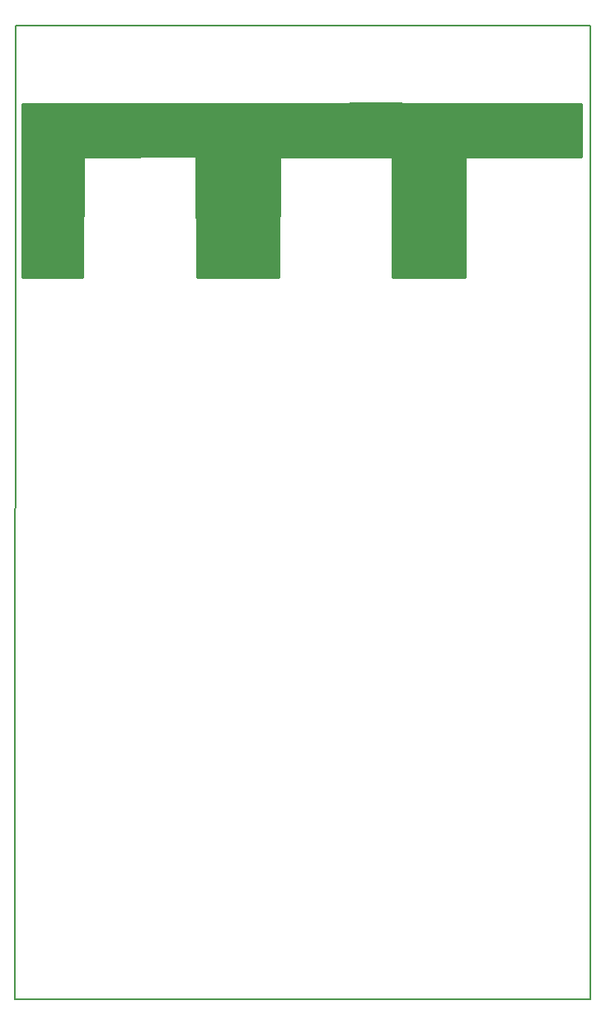
<source format=gbr>
G04 #@! TF.GenerationSoftware,KiCad,Pcbnew,(5.1.5)-3*
G04 #@! TF.CreationDate,2020-08-20T12:00:54-05:00*
G04 #@! TF.ProjectId,Cheap FOCer 2 60mm,43686561-7020-4464-9f43-657220322036,0.9*
G04 #@! TF.SameCoordinates,PX6979f40PYa1135a0*
G04 #@! TF.FileFunction,Paste,Bot*
G04 #@! TF.FilePolarity,Positive*
%FSLAX46Y46*%
G04 Gerber Fmt 4.6, Leading zero omitted, Abs format (unit mm)*
G04 Created by KiCad (PCBNEW (5.1.5)-3) date 2020-08-20 12:00:54*
%MOMM*%
%LPD*%
G04 APERTURE LIST*
%ADD10C,0.150000*%
%ADD11C,0.254000*%
G04 APERTURE END LIST*
D10*
X59100000Y99900000D02*
X25000Y99900000D01*
X0Y0D02*
X59100000Y0D01*
X25000Y99900000D02*
X0Y0D01*
X59100000Y0D02*
X59100000Y99900000D01*
D11*
G36*
X39682667Y91871344D02*
G01*
X39694403Y91849388D01*
X39710197Y91830142D01*
X39729443Y91814348D01*
X39751399Y91802612D01*
X39775224Y91795385D01*
X39800000Y91792945D01*
X58173000Y91792945D01*
X58173000Y86446945D01*
X46350000Y86446945D01*
X46325224Y86444505D01*
X46301399Y86437278D01*
X46279443Y86425542D01*
X46260197Y86409748D01*
X46244403Y86390502D01*
X46232667Y86368546D01*
X46225440Y86344721D01*
X46223001Y86320457D01*
X46173510Y74034323D01*
X38727000Y74027123D01*
X38727000Y86300000D01*
X38724560Y86324776D01*
X38717333Y86348601D01*
X38705597Y86370557D01*
X38689803Y86389803D01*
X38670557Y86405597D01*
X38648601Y86417333D01*
X38624776Y86424560D01*
X38600000Y86427000D01*
X27300000Y86427000D01*
X27275224Y86424560D01*
X27251399Y86417333D01*
X27229443Y86405597D01*
X27210197Y86389803D01*
X27194403Y86370557D01*
X27182667Y86348601D01*
X27175440Y86324776D01*
X27173004Y86301026D01*
X27074021Y74049979D01*
X18645366Y74043911D01*
X18608249Y86326579D01*
X18605734Y86351348D01*
X18598435Y86375150D01*
X18586633Y86397071D01*
X18570781Y86416269D01*
X18551488Y86432004D01*
X18529496Y86443674D01*
X18505650Y86450829D01*
X18481110Y86453195D01*
X7137360Y86440695D01*
X7112586Y86438227D01*
X7088770Y86430974D01*
X7066826Y86419214D01*
X7047599Y86403399D01*
X7031826Y86384136D01*
X7020114Y86362166D01*
X7012913Y86338334D01*
X7010505Y86314784D01*
X6905334Y74046945D01*
X695971Y74046945D01*
X726780Y91792945D01*
X34200000Y91792945D01*
X34224776Y91795385D01*
X34248601Y91802612D01*
X34270557Y91814348D01*
X34289803Y91830142D01*
X34305597Y91849388D01*
X34317333Y91871344D01*
X34317835Y91873000D01*
X39682165Y91873000D01*
X39682667Y91871344D01*
G37*
X39682667Y91871344D02*
X39694403Y91849388D01*
X39710197Y91830142D01*
X39729443Y91814348D01*
X39751399Y91802612D01*
X39775224Y91795385D01*
X39800000Y91792945D01*
X58173000Y91792945D01*
X58173000Y86446945D01*
X46350000Y86446945D01*
X46325224Y86444505D01*
X46301399Y86437278D01*
X46279443Y86425542D01*
X46260197Y86409748D01*
X46244403Y86390502D01*
X46232667Y86368546D01*
X46225440Y86344721D01*
X46223001Y86320457D01*
X46173510Y74034323D01*
X38727000Y74027123D01*
X38727000Y86300000D01*
X38724560Y86324776D01*
X38717333Y86348601D01*
X38705597Y86370557D01*
X38689803Y86389803D01*
X38670557Y86405597D01*
X38648601Y86417333D01*
X38624776Y86424560D01*
X38600000Y86427000D01*
X27300000Y86427000D01*
X27275224Y86424560D01*
X27251399Y86417333D01*
X27229443Y86405597D01*
X27210197Y86389803D01*
X27194403Y86370557D01*
X27182667Y86348601D01*
X27175440Y86324776D01*
X27173004Y86301026D01*
X27074021Y74049979D01*
X18645366Y74043911D01*
X18608249Y86326579D01*
X18605734Y86351348D01*
X18598435Y86375150D01*
X18586633Y86397071D01*
X18570781Y86416269D01*
X18551488Y86432004D01*
X18529496Y86443674D01*
X18505650Y86450829D01*
X18481110Y86453195D01*
X7137360Y86440695D01*
X7112586Y86438227D01*
X7088770Y86430974D01*
X7066826Y86419214D01*
X7047599Y86403399D01*
X7031826Y86384136D01*
X7020114Y86362166D01*
X7012913Y86338334D01*
X7010505Y86314784D01*
X6905334Y74046945D01*
X695971Y74046945D01*
X726780Y91792945D01*
X34200000Y91792945D01*
X34224776Y91795385D01*
X34248601Y91802612D01*
X34270557Y91814348D01*
X34289803Y91830142D01*
X34305597Y91849388D01*
X34317333Y91871344D01*
X34317835Y91873000D01*
X39682165Y91873000D01*
X39682667Y91871344D01*
M02*

</source>
